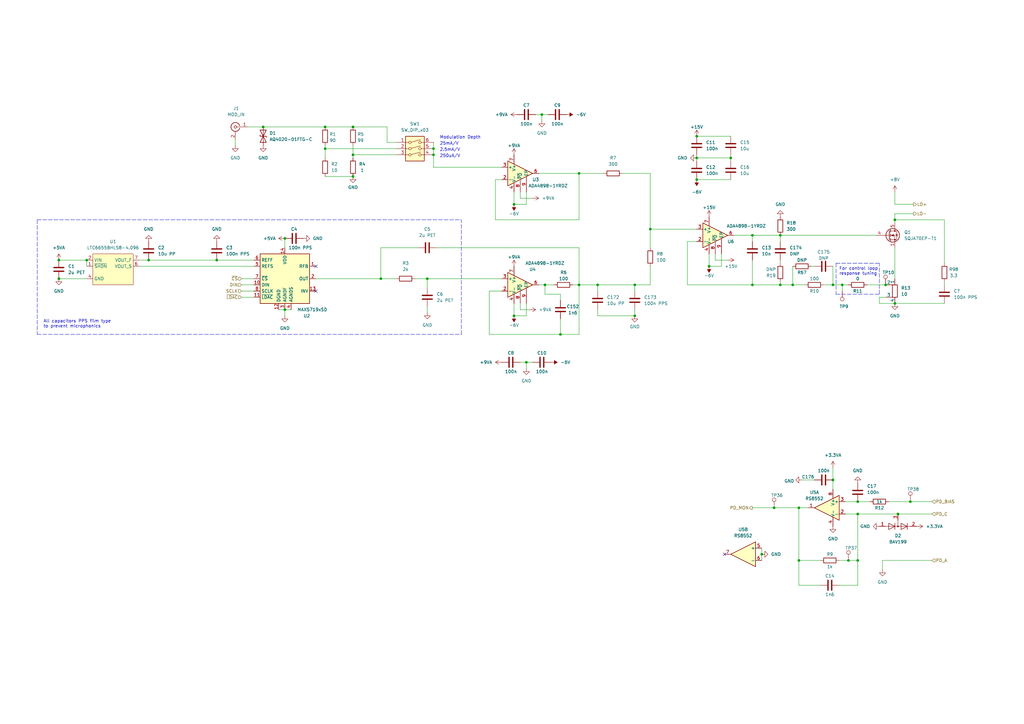
<source format=kicad_sch>
(kicad_sch (version 20211123) (generator eeschema)
  (paper "A3")
  (title_block (title "Kirdy") (date "2022-07-03") (rev "r0.1") (company "M-Labs") (comment 1 "Alex Wong Tat Hang"))
  (lib_symbols
    (symbol "Amplifier_Operational:ADA4898-1YRDZ" (pin_names (offset 0.127))
      (property "Reference" "U" (at 3.81 3.81 0))
      (property "Value" "ADA4898-1YRDZ" (at 11.43 -2.54 0))
      (symbol "ADA4898-1YRDZ_1_1"
        (polyline (pts (xy -5.08 5.08) (xy 5.08 0) (xy -5.08 -5.08) (xy -5.08 5.08)) (stroke (width 0.254)) (fill (type background)))
        (pin input line (at -7.62 -2.54 0) (length 2.54) (name "-") (number "2"))
        (pin input line (at -7.62 2.54 0) (length 2.54) (name "+") (number "3"))
        (pin power_in line (at -2.54 -7.62 90) (length 3.81) (name "V-") (number "4"))
        (pin output line (at 7.62 0 180) (length 2.54) (name "~") (number "6"))
        (pin power_in line (at -2.54 7.62 270) (length 3.81) (name "V+") (number "7"))
        (pin input line (at 0 -7.62 90) (length 5.08) (name "~{PD}") (number "8"))
        (pin passive line (at 2.54 -7.62 90) (length 6.35) (name "EP") (number "9"))
      )
    )
    (symbol "Analog_DAC:MAX5719xSD"
      (property "Reference" "U" (at -10.16 11.43 0))
      (property "Value" "MAX5719xSD" (at 1.27 11.43 0))
      (symbol "MAX5719xSD_0_1"
        (rectangle (start -10.16 10.16) (end 10.16 -10.16) (stroke (width 0.254)) (fill (type background)))
      )
      (symbol "MAX5719xSD_1_1"
        (pin passive line (at 12.7 5.08 180) (length 2.54) (name "RFB") (number "1"))
        (pin input line (at -12.7 -2.54 0) (length 2.54) (name "DIN") (number "10"))
        (pin input line (at -12.7 -7.62 0) (length 2.54) (name "~{LDAC}") (number "11"))
        (pin power_in line (at -2.54 -12.7 90) (length 2.54) (name "DGND") (number "12"))
        (pin passive line (at 12.7 -5.08 180) (length 2.54) (name "INV") (number "13"))
        (pin power_in line (at 0 12.7 270) (length 2.54) (name "VDD") (number "14"))
        (pin output line (at 12.7 0 180) (length 2.54) (name "OUT") (number "2"))
        (pin power_in line (at 0 -12.7 90) (length 2.54) (name "AGNDF") (number "3"))
        (pin power_in line (at 2.54 -12.7 90) (length 2.54) (name "AGNDS") (number "4"))
        (pin input line (at -12.7 5.08 0) (length 2.54) (name "REFS") (number "5"))
        (pin input line (at -12.7 7.62 0) (length 2.54) (name "REFF") (number "6"))
        (pin input line (at -12.7 0 0) (length 2.54) (name "~{CS}") (number "7"))
        (pin input line (at -12.7 -5.08 0) (length 2.54) (name "SCLK") (number "8"))
        (pin no_connect line (at 10.16 -7.62 180) (length 2.54) hide (name "NC") (number "9"))
      )
    )
    (symbol "Connector:Conn_Coaxial" (pin_names (offset 1.016) hide)
      (property "Reference" "J" (at 0.254 3.048 0))
      (property "Value" "Conn_Coaxial" (at 2.921 0 90))
      (symbol "Conn_Coaxial_0_1"
        (arc (start -1.778 -0.508) (mid 0.222 -1.808) (end 1.778 0) (stroke (width 0.254)))
        (polyline (pts (xy -2.54 0) (xy -0.508 0)))
        (polyline (pts (xy 0 -2.54) (xy 0 -1.778)))
        (circle (center 0 0) (radius 0.508) (stroke (width 0.2032)))
        (arc (start 1.778 0) (mid 0.222 1.8083) (end -1.778 0.508) (stroke (width 0.254)))
      )
      (symbol "Conn_Coaxial_1_1"
        (pin passive line (at -5.08 0 0) (length 2.54) (name "In") (number "1"))
        (pin passive line (at 0 -5.08 90) (length 2.54) (name "Ext") (number "2"))
      )
    )
    (symbol "Connector:TestPoint" (pin_numbers hide) (pin_names (offset 0.762) hide)
      (property "Reference" "TP" (at 0 6.858 0))
      (property "Value" "TestPoint" (at 0 5.08 0))
      (symbol "TestPoint_0_1"
        (circle (center 0 3.302) (radius 0.762))
      )
      (symbol "TestPoint_1_1"
        (pin passive line (at 0 0 90) (length 2.54) (name "1") (number "1"))
      )
    )
    (symbol "Device:C" (pin_numbers hide) (pin_names (offset 0.254))
      (property "Reference" "C" (at 0.635 2.54 0))
      (property "Value" "C" (at 0.635 -2.54 0))
      (symbol "C_0_1"
        (polyline (pts (xy -2.032 -0.762) (xy 2.032 -0.762)) (stroke (width 0.508)))
        (polyline (pts (xy -2.032 0.762) (xy 2.032 0.762)) (stroke (width 0.508)))
      )
      (symbol "C_1_1"
        (pin passive line (at 0 3.81 270) (length 2.794) (name "~") (number "1"))
        (pin passive line (at 0 -3.81 90) (length 2.794) (name "~") (number "2"))
      )
    )
    (symbol "Device:D_TVS" (pin_numbers hide) (pin_names (offset 1.016) hide)
      (property "Reference" "D" (at 0 2.54 0))
      (property "Value" "D_TVS" (at 0 -2.54 0))
      (symbol "D_TVS_0_1"
        (polyline (pts (xy 1.27 0) (xy -1.27 0)))
        (polyline (pts (xy 0.508 1.27) (xy 0 1.27) (xy 0 -1.27) (xy -0.508 -1.27)) (stroke (width 0.254)))
        (polyline (pts (xy -2.54 1.27) (xy -2.54 -1.27) (xy 2.54 1.27) (xy 2.54 -1.27) (xy -2.54 1.27)) (stroke (width 0.254)))
      )
      (symbol "D_TVS_1_1"
        (pin passive line (at -3.81 0 0) (length 2.54) (name "A1") (number "1"))
        (pin passive line (at 3.81 0 180) (length 2.54) (name "A2") (number "2"))
      )
    )
    (symbol "Device:R" (pin_numbers hide) (pin_names (offset 0))
      (property "Reference" "R" (at 2.032 0 90))
      (property "Value" "R" (at 0 0 90))
      (symbol "R_0_1"
        (rectangle (start -1.016 -2.54) (end 1.016 2.54) (stroke (width 0.254)))
      )
      (symbol "R_1_1"
        (pin passive line (at 0 3.81 270) (length 1.27) (name "~") (number "1"))
        (pin passive line (at 0 -3.81 90) (length 1.27) (name "~") (number "2"))
      )
    )
    (symbol "Device:R_Shunt" (pin_numbers hide) (pin_names (offset 0))
      (property "Reference" "R" (at -4.445 0 90))
      (property "Value" "R_Shunt" (at -2.54 0 90))
      (symbol "R_Shunt_0_1"
        (rectangle (start -1.016 -2.54) (end 1.016 2.54) (stroke (width 0.254)))
        (polyline (pts (xy 0 -2.54) (xy 1.27 -2.54)))
        (polyline (pts (xy 1.27 2.54) (xy 0 2.54)))
      )
      (symbol "R_Shunt_1_1"
        (pin passive line (at 0 5.08 270) (length 2.54) (name "1") (number "1"))
        (pin passive line (at 3.81 2.54 180) (length 2.54) (name "2") (number "2"))
        (pin passive line (at 3.81 -2.54 180) (length 2.54) (name "3") (number "3"))
        (pin passive line (at 0 -5.08 90) (length 2.54) (name "4") (number "4"))
      )
    )
    (symbol "Diode:BAV99" (pin_names hide)
      (property "Reference" "D" (at 0 5.08 0))
      (property "Value" "BAV99" (at 0 2.54 0))
      (symbol "BAV99_0_1"
        (polyline (pts (xy -5.08 0) (xy 5.08 0)))
      )
      (symbol "BAV99_1_1"
        (polyline (pts (xy 0 0) (xy 0 -2.54)))
        (polyline (pts (xy -1.27 -1.27) (xy -1.27 1.27) (xy -1.27 1.27)) (stroke (width 0.2032)))
        (polyline (pts (xy 3.81 1.27) (xy 3.81 -1.27) (xy 3.81 -1.27)) (stroke (width 0.2032)))
        (polyline (pts (xy -3.81 1.27) (xy -1.27 0) (xy -3.81 -1.27) (xy -3.81 1.27) (xy -3.81 1.27) (xy -3.81 1.27)) (stroke (width 0.2032)))
        (polyline (pts (xy 1.27 1.27) (xy 3.81 0) (xy 1.27 -1.27) (xy 1.27 1.27) (xy 1.27 1.27) (xy 1.27 1.27)) (stroke (width 0.2032)))
        (circle (center 0 0) (radius 0.254) (fill (type outline)))
        (pin passive line (at -7.62 0 0) (length 2.54) (name "K") (number "1"))
        (pin passive line (at 7.62 0 180) (length 2.54) (name "A") (number "2"))
        (pin passive line (at 0 -5.08 90) (length 2.54) (name "K") (number "3"))
      )
    )
    (symbol "Switch:SW_DIP_x03" (pin_names (offset 0) hide)
      (property "Reference" "SW" (at 0 8.89 0))
      (property "Value" "SW_DIP_x03" (at 0 -3.81 0))
      (symbol "SW_DIP_x03_0_0"
        (circle (center -2.032 0) (radius 0.508))
        (circle (center -2.032 2.54) (radius 0.508))
        (circle (center -2.032 5.08) (radius 0.508))
        (polyline (pts (xy -1.524 0.127) (xy 2.3622 1.1684)))
        (polyline (pts (xy -1.524 2.667) (xy 2.3622 3.7084)))
        (polyline (pts (xy -1.524 5.207) (xy 2.3622 6.2484)))
        (circle (center 2.032 0) (radius 0.508))
        (circle (center 2.032 2.54) (radius 0.508))
        (circle (center 2.032 5.08) (radius 0.508))
      )
      (symbol "SW_DIP_x03_0_1"
        (rectangle (start -3.81 7.62) (end 3.81 -2.54) (stroke (width 0.254)) (fill (type background)))
      )
      (symbol "SW_DIP_x03_1_1"
        (pin passive line (at -7.62 5.08 0) (length 5.08) (name "~") (number "1"))
        (pin passive line (at -7.62 2.54 0) (length 5.08) (name "~") (number "2"))
        (pin passive line (at -7.62 0 0) (length 5.08) (name "~") (number "3"))
        (pin passive line (at 7.62 0 180) (length 5.08) (name "~") (number "4"))
        (pin passive line (at 7.62 2.54 180) (length 5.08) (name "~") (number "5"))
        (pin passive line (at 7.62 5.08 180) (length 5.08) (name "~") (number "6"))
      )
    )
    (symbol "Transistor_FET:CSD17507Q5A" (pin_names hide)
      (property "Reference" "Q" (at 5.08 1.905 0))
      (property "Value" "CSD17507Q5A" (at 5.08 0 0))
      (symbol "CSD17507Q5A_0_1"
        (polyline (pts (xy 0.254 0) (xy -2.54 0)))
        (polyline (pts (xy 0.254 1.905) (xy 0.254 -1.905)) (stroke (width 0.254)))
        (polyline (pts (xy 0.762 -1.27) (xy 0.762 -2.286)) (stroke (width 0.254)))
        (polyline (pts (xy 0.762 0.508) (xy 0.762 -0.508)) (stroke (width 0.254)))
        (polyline (pts (xy 0.762 2.286) (xy 0.762 1.27)) (stroke (width 0.254)))
        (polyline (pts (xy 2.54 2.54) (xy 2.54 1.778)))
        (polyline (pts (xy 2.54 -2.54) (xy 2.54 0) (xy 0.762 0)))
        (polyline (pts (xy 0.762 -1.778) (xy 3.302 -1.778) (xy 3.302 1.778) (xy 0.762 1.778)))
        (polyline (pts (xy 1.016 0) (xy 2.032 0.381) (xy 2.032 -0.381) (xy 1.016 0)) (fill (type outline)))
        (polyline (pts (xy 2.794 0.508) (xy 2.921 0.381) (xy 3.683 0.381) (xy 3.81 0.254)))
        (polyline (pts (xy 3.302 0.381) (xy 2.921 -0.254) (xy 3.683 -0.254) (xy 3.302 0.381)))
        (circle (center 1.651 0) (radius 2.794) (stroke (width 0.254)))
        (circle (center 2.54 -1.778) (radius 0.254) (fill (type outline)))
        (circle (center 2.54 1.778) (radius 0.254) (fill (type outline)))
      )
      (symbol "CSD17507Q5A_1_1"
        (pin passive line (at 2.54 -5.08 90) (length 2.54) (name "S") (number "1"))
        (pin passive line (at 2.54 -5.08 90) (length 2.54) hide (name "S") (number "2"))
        (pin passive line (at 2.54 -5.08 90) (length 2.54) hide (name "S") (number "3"))
        (pin passive line (at -5.08 0 0) (length 2.54) (name "G") (number "4"))
        (pin passive line (at 2.54 5.08 270) (length 2.54) (name "D") (number "5"))
      )
    )
    (symbol "kirdy:LTC6655"
      (property "Reference" "U" (at 0 -10.16 0))
      (property "Value" "LTC6655" (at 0 -7.62 0))
      (symbol "LTC6655_0_0"
        (pin input line (at -10.16 2.54 0) (length 2.54) (name "~{SHDN}") (number "1"))
        (pin power_in line (at -10.16 5.08 0) (length 2.54) (name "VIN") (number "2"))
        (pin power_in line (at -10.16 -2.54 0) (length 2.54) hide (name "GND") (number "3"))
        (pin power_in line (at -10.16 -2.54 0) (length 2.54) (name "GND") (number "4"))
        (pin power_in line (at -10.16 -2.54 0) (length 2.54) hide (name "GND") (number "5"))
        (pin passive line (at 11.43 2.54 180) (length 2.54) (name "VOUT_S") (number "6"))
        (pin output line (at 11.43 5.08 180) (length 2.54) (name "VOUT_F") (number "7"))
        (pin power_in line (at -10.16 -2.54 0) (length 2.54) hide (name "GND") (number "8"))
      )
      (symbol "LTC6655_0_1"
        (rectangle (start -7.62 7.62) (end 8.89 -5.08) (fill (type background)))
      )
    )
    (symbol "kirdy:RS8552" (pin_names (offset 0.127))
      (property "Reference" "U" (at 0 5.08 0))
      (property "Value" "RS8552" (at 0 -5.08 0))
      (symbol "RS8552_1_1"
        (polyline (pts (xy -5.08 5.08) (xy 5.08 0) (xy -5.08 -5.08) (xy -5.08 5.08)) (stroke (width 0.254)) (fill (type background)))
        (pin output line (at 7.62 0 180) (length 2.54) (name "~") (number "1"))
        (pin input line (at -7.62 -2.54 0) (length 2.54) (name "-") (number "2"))
        (pin input line (at -7.62 2.54 0) (length 2.54) (name "+") (number "3"))
      )
      (symbol "RS8552_2_1"
        (polyline (pts (xy -5.08 5.08) (xy 5.08 0) (xy -5.08 -5.08) (xy -5.08 5.08)) (stroke (width 0.254)) (fill (type background)))
        (pin input line (at -7.62 2.54 0) (length 2.54) (name "+") (number "5"))
        (pin input line (at -7.62 -2.54 0) (length 2.54) (name "-") (number "6"))
        (pin output line (at 7.62 0 180) (length 2.54) (name "~") (number "7"))
      )
      (symbol "RS8552_3_1"
        (pin power_in line (at -2.54 -7.62 90) (length 3.81) (name "V-") (number "4"))
        (pin power_in line (at -2.54 7.62 270) (length 3.81) (name "V+") (number "8"))
      )
    )
    (symbol "power:+15V" (power) (pin_names (offset 0))
      (property "Value" "+15V" (at 0 3.556 0))
      (symbol "+15V_0_1"
        (polyline (pts (xy -0.762 1.27) (xy 0 2.54)))
        (polyline (pts (xy 0 0) (xy 0 2.54)))
        (polyline (pts (xy 0 2.54) (xy 0.762 1.27)))
      )
      (symbol "+15V_1_1"
        (pin power_in line (at 0 0 90) (length 0) hide (name "+15V") (number "1"))
      )
    )
    (symbol "power:+3.3VA" (power) (pin_names (offset 0))
      (property "Value" "+3.3VA" (at 0 3.556 0))
      (symbol "+3.3VA_0_1"
        (polyline (pts (xy -0.762 1.27) (xy 0 2.54)))
        (polyline (pts (xy 0 0) (xy 0 2.54)))
        (polyline (pts (xy 0 2.54) (xy 0.762 1.27)))
      )
      (symbol "+3.3VA_1_1"
        (pin power_in line (at 0 0 90) (length 0) hide (name "+3.3VA") (number "1"))
      )
    )
    (symbol "power:+5VA" (power) (pin_names (offset 0))
      (property "Value" "+5VA" (at 0 3.556 0))
      (symbol "+5VA_0_1"
        (polyline (pts (xy -0.762 1.27) (xy 0 2.54)))
        (polyline (pts (xy 0 0) (xy 0 2.54)))
        (polyline (pts (xy 0 2.54) (xy 0.762 1.27)))
      )
      (symbol "+5VA_1_1"
        (pin power_in line (at 0 0 90) (length 0) hide (name "+5VA") (number "1"))
      )
    )
    (symbol "power:+8V" (power) (pin_names (offset 0))
      (property "Value" "+8V" (at 0 3.556 0))
      (symbol "+8V_0_1"
        (polyline (pts (xy -0.762 1.27) (xy 0 2.54)))
        (polyline (pts (xy 0 0) (xy 0 2.54)))
        (polyline (pts (xy 0 2.54) (xy 0.762 1.27)))
      )
      (symbol "+8V_1_1"
        (pin power_in line (at 0 0 90) (length 0) hide (name "+8V") (number "1"))
      )
    )
    (symbol "power:+9VA" (power) (pin_names (offset 0))
      (property "Value" "+9VA" (at 0 3.81 0))
      (symbol "+9VA_0_1"
        (polyline (pts (xy -0.762 1.27) (xy 0 2.54)))
        (polyline (pts (xy 0 0) (xy 0 2.54)))
        (polyline (pts (xy 0 2.54) (xy 0.762 1.27)))
      )
      (symbol "+9VA_1_1"
        (pin power_in line (at 0 0 90) (length 0) hide (name "+9VA") (number "1"))
      )
    )
    (symbol "power:-6V" (power) (pin_names (offset 0))
      (property "Value" "-6V" (at 0 3.81 0))
      (symbol "-6V_0_0"
        (pin power_in line (at 0 0 90) (length 0) hide (name "-6V") (number "1"))
      )
      (symbol "-6V_0_1"
        (polyline (pts (xy 0 0) (xy 0 1.27) (xy 0.762 1.27) (xy 0 2.54) (xy -0.762 1.27) (xy 0 1.27)) (fill (type outline)))
      )
    )
    (symbol "power:GND" (power) (pin_names (offset 0))
      (property "Value" "GND" (at 0 -3.81 0))
      (symbol "GND_0_1"
        (polyline (pts (xy 0 0) (xy 0 -1.27) (xy 1.27 -1.27) (xy 0 -2.54) (xy -1.27 -1.27) (xy 0 -1.27)))
      )
      (symbol "GND_1_1"
        (pin power_in line (at 0 0 270) (length 0) hide (name "GND") (number "1"))
      )
    )
  )
  (junction (at 290.83 109.22))
  (junction (at 144.78 72.39))
  (junction (at 237.49 71.12))
  (junction (at 363.22 116.84))
  (junction (at 285.75 64.77))
  (junction (at 347.98 229.87))
  (junction (at 223.52 116.84))
  (junction (at 351.79 205.74))
  (junction (at 116.84 97.79))
  (junction (at 308.61 96.52))
  (junction (at 367.03 90.17))
  (junction (at 107.95 52.07))
  (junction (at 222.25 46.99))
  (junction (at 177.8 63.5))
  (junction (at 260.35 116.84))
  (junction (at 351.79 229.87))
  (junction (at 215.9 148.59))
  (junction (at 320.04 116.84))
  (junction (at 285.75 55.88))
  (junction (at 210.82 129.54))
  (junction (at 144.78 52.07))
  (junction (at 237.49 116.84))
  (junction (at 245.11 116.84))
  (junction (at 210.82 83.82))
  (junction (at 345.44 116.84))
  (junction (at 308.61 116.84))
  (junction (at 156.21 114.3))
  (junction (at 320.04 96.52))
  (junction (at 133.35 52.07))
  (junction (at 373.38 205.74))
  (junction (at 327.66 208.28))
  (junction (at 312.42 227.33))
  (junction (at 351.79 210.82))
  (junction (at 175.26 114.3))
  (junction (at 60.96 106.68))
  (junction (at 299.72 64.77))
  (junction (at 266.7 93.98))
  (junction (at 317.5 208.28))
  (junction (at 35.56 106.68))
  (junction (at 367.03 124.46))
  (junction (at 285.75 73.66))
  (junction (at 88.9 106.68))
  (junction (at 368.3 210.82))
  (junction (at 24.13 114.3))
  (junction (at 260.35 129.54))
  (junction (at 133.35 60.96))
  (junction (at 327.66 229.87))
  (junction (at 325.12 116.84))
  (junction (at 341.63 196.85))
  (junction (at 144.78 63.5))
  (junction (at 116.84 127))
  (junction (at 229.87 137.16))
  (junction (at 24.13 106.68))
  (junction (at 177.8 60.96))
  (junction (at 341.63 116.84))
  (no_connect (at 129.54 119.38))
  (no_connect (at 297.18 227.33))
  (no_connect (at 129.54 109.22))
  (wire (pts (xy 175.26 125.73) (xy 175.26 128.27)))
  (wire (pts (xy 99.06 114.3) (xy 104.14 114.3)))
  (wire (pts (xy 308.61 208.28) (xy 317.5 208.28)))
  (wire (pts (xy 35.56 106.68) (xy 35.56 109.22)))
  (wire (pts (xy 177.8 60.96) (xy 177.8 63.5)))
  (wire (pts (xy 237.49 116.84) (xy 245.11 116.84)))
  (wire (pts (xy 368.3 210.82) (xy 382.27 210.82)))
  (wire (pts (xy 133.35 72.39) (xy 144.78 72.39)))
  (wire (pts (xy 355.6 116.84) (xy 363.22 116.84)))
  (wire (pts (xy 308.61 96.52) (xy 320.04 96.52)))
  (wire (pts (xy 347.98 229.87) (xy 351.79 229.87)))
  (wire (pts (xy 351.79 229.87) (xy 351.79 210.82)))
  (wire (pts (xy 345.44 119.38) (xy 345.44 116.84)))
  (wire (pts (xy 260.35 116.84) (xy 266.7 116.84)))
  (wire (pts (xy 285.75 64.77) (xy 285.75 66.04)))
  (wire (pts (xy 367.03 91.44) (xy 367.03 90.17)))
  (wire (pts (xy 179.07 101.6) (xy 237.49 101.6)))
  (wire (pts (xy 158.75 58.42) (xy 162.56 58.42)))
  (wire (pts (xy 387.35 107.95) (xy 387.35 90.17)))
  (wire (pts (xy 96.52 59.69) (xy 96.52 57.15)))
  (wire (pts (xy 260.35 119.38) (xy 260.35 116.84)))
  (wire (pts (xy 308.61 96.52) (xy 308.61 99.06)))
  (wire (pts (xy 300.99 96.52) (xy 308.61 96.52)))
  (wire (pts (xy 213.36 127) (xy 217.17 127)))
  (wire (pts (xy 144.78 59.69) (xy 144.78 63.5)))
  (wire (pts (xy 266.7 109.22) (xy 266.7 116.84)))
  (wire (pts (xy 387.35 115.57) (xy 387.35 116.84)))
  (wire (pts (xy 320.04 96.52) (xy 359.41 96.52)))
  (wire (pts (xy 101.6 52.07) (xy 107.95 52.07)))
  (polyline (pts (xy 342.9 120.65) (xy 360.68 120.65)))
  (wire (pts (xy 99.06 119.38) (xy 104.14 119.38)))
  (wire (pts (xy 361.95 229.87) (xy 382.27 229.87)))
  (wire (pts (xy 293.37 106.68) (xy 298.45 106.68)))
  (polyline (pts (xy 342.9 107.95) (xy 360.68 107.95)))
  (wire (pts (xy 360.68 121.92) (xy 360.68 124.46)))
  (wire (pts (xy 177.8 58.42) (xy 177.8 60.96)))
  (wire (pts (xy 320.04 106.68) (xy 320.04 107.95)))
  (wire (pts (xy 327.66 229.87) (xy 327.66 208.28)))
  (wire (pts (xy 60.96 106.68) (xy 88.9 106.68)))
  (wire (pts (xy 99.06 116.84) (xy 104.14 116.84)))
  (wire (pts (xy 133.35 59.69) (xy 133.35 60.96)))
  (wire (pts (xy 220.98 71.12) (xy 237.49 71.12)))
  (wire (pts (xy 222.25 46.99) (xy 222.25 49.53)))
  (wire (pts (xy 245.11 116.84) (xy 260.35 116.84)))
  (wire (pts (xy 237.49 90.17) (xy 237.49 71.12)))
  (wire (pts (xy 229.87 137.16) (xy 237.49 137.16)))
  (wire (pts (xy 175.26 114.3) (xy 205.74 114.3)))
  (wire (pts (xy 170.18 114.3) (xy 175.26 114.3)))
  (wire (pts (xy 320.04 96.52) (xy 320.04 99.06)))
  (wire (pts (xy 237.49 137.16) (xy 237.49 116.84)))
  (wire (pts (xy 336.55 240.03) (xy 327.66 240.03)))
  (wire (pts (xy 367.03 87.63) (xy 374.65 87.63)))
  (wire (pts (xy 260.35 129.54) (xy 260.35 127)))
  (wire (pts (xy 57.15 109.22) (xy 104.14 109.22)))
  (wire (pts (xy 144.78 63.5) (xy 162.56 63.5)))
  (wire (pts (xy 234.95 116.84) (xy 237.49 116.84)))
  (wire (pts (xy 299.72 64.77) (xy 285.75 64.77)))
  (wire (pts (xy 222.25 46.99) (xy 224.79 46.99)))
  (wire (pts (xy 200.66 119.38) (xy 200.66 137.16)))
  (wire (pts (xy 215.9 83.82) (xy 215.9 78.74)))
  (wire (pts (xy 210.82 78.74) (xy 210.82 83.82)))
  (wire (pts (xy 215.9 129.54) (xy 215.9 124.46)))
  (wire (pts (xy 156.21 101.6) (xy 156.21 114.3)))
  (wire (pts (xy 373.38 205.74) (xy 382.27 205.74)))
  (wire (pts (xy 171.45 101.6) (xy 156.21 101.6)))
  (polyline (pts (xy 15.24 90.17) (xy 189.23 90.17)))
  (wire (pts (xy 367.03 124.46) (xy 387.35 124.46)))
  (wire (pts (xy 361.95 233.68) (xy 361.95 229.87)))
  (wire (pts (xy 215.9 148.59) (xy 218.44 148.59)))
  (wire (pts (xy 107.95 52.07) (xy 133.35 52.07)))
  (wire (pts (xy 325.12 109.22) (xy 325.12 116.84)))
  (wire (pts (xy 213.36 78.74) (xy 213.36 81.28)))
  (wire (pts (xy 133.35 52.07) (xy 144.78 52.07)))
  (wire (pts (xy 210.82 83.82) (xy 215.9 83.82)))
  (wire (pts (xy 213.36 148.59) (xy 215.9 148.59)))
  (wire (pts (xy 341.63 116.84) (xy 345.44 116.84)))
  (wire (pts (xy 266.7 71.12) (xy 266.7 93.98)))
  (wire (pts (xy 290.83 109.22) (xy 295.91 109.22)))
  (wire (pts (xy 219.71 46.99) (xy 222.25 46.99)))
  (wire (pts (xy 205.74 73.66) (xy 203.2 73.66)))
  (polyline (pts (xy 360.68 120.65) (xy 360.68 107.95)))
  (wire (pts (xy 360.68 121.92) (xy 363.22 121.92)))
  (wire (pts (xy 317.5 208.28) (xy 327.66 208.28)))
  (wire (pts (xy 344.17 229.87) (xy 347.98 229.87)))
  (wire (pts (xy 57.15 106.68) (xy 60.96 106.68)))
  (wire (pts (xy 200.66 137.16) (xy 229.87 137.16)))
  (wire (pts (xy 213.36 124.46) (xy 213.36 127)))
  (wire (pts (xy 129.54 114.3) (xy 156.21 114.3)))
  (wire (pts (xy 229.87 120.65) (xy 223.52 120.65)))
  (wire (pts (xy 88.9 106.68) (xy 104.14 106.68)))
  (wire (pts (xy 337.82 116.84) (xy 341.63 116.84)))
  (wire (pts (xy 364.49 205.74) (xy 373.38 205.74)))
  (wire (pts (xy 255.27 71.12) (xy 266.7 71.12)))
  (wire (pts (xy 24.13 106.68) (xy 35.56 106.68)))
  (wire (pts (xy 341.63 191.77) (xy 341.63 196.85)))
  (wire (pts (xy 24.13 114.3) (xy 35.56 114.3)))
  (wire (pts (xy 346.71 205.74) (xy 351.79 205.74)))
  (wire (pts (xy 387.35 90.17) (xy 367.03 90.17)))
  (wire (pts (xy 210.82 129.54) (xy 215.9 129.54)))
  (wire (pts (xy 144.78 63.5) (xy 144.78 64.77)))
  (wire (pts (xy 290.83 104.14) (xy 290.83 109.22)))
  (polyline (pts (xy 15.24 90.17) (xy 15.24 137.16)))
  (wire (pts (xy 345.44 116.84) (xy 347.98 116.84)))
  (wire (pts (xy 133.35 60.96) (xy 162.56 60.96)))
  (wire (pts (xy 281.94 116.84) (xy 281.94 99.06)))
  (wire (pts (xy 327.66 240.03) (xy 327.66 229.87)))
  (wire (pts (xy 116.84 97.79) (xy 116.84 101.6)))
  (wire (pts (xy 293.37 104.14) (xy 293.37 106.68)))
  (wire (pts (xy 177.8 68.58) (xy 205.74 68.58)))
  (wire (pts (xy 327.66 229.87) (xy 336.55 229.87)))
  (polyline (pts (xy 342.9 107.95) (xy 342.9 120.65)))
  (wire (pts (xy 237.49 71.12) (xy 247.65 71.12)))
  (wire (pts (xy 351.79 205.74) (xy 356.87 205.74)))
  (wire (pts (xy 325.12 116.84) (xy 330.2 116.84)))
  (wire (pts (xy 312.42 224.79) (xy 312.42 227.33)))
  (wire (pts (xy 367.03 83.82) (xy 374.65 83.82)))
  (wire (pts (xy 308.61 116.84) (xy 281.94 116.84)))
  (wire (pts (xy 203.2 90.17) (xy 237.49 90.17)))
  (wire (pts (xy 114.3 127) (xy 116.84 127)))
  (wire (pts (xy 312.42 227.33) (xy 312.42 229.87)))
  (wire (pts (xy 266.7 93.98) (xy 285.75 93.98)))
  (wire (pts (xy 99.06 121.92) (xy 104.14 121.92)))
  (wire (pts (xy 156.21 114.3) (xy 162.56 114.3)))
  (wire (pts (xy 213.36 81.28) (xy 218.44 81.28)))
  (wire (pts (xy 266.7 93.98) (xy 266.7 101.6)))
  (polyline (pts (xy 15.24 137.16) (xy 189.23 137.16)))
  (wire (pts (xy 245.11 127) (xy 245.11 129.54)))
  (wire (pts (xy 320.04 115.57) (xy 320.04 116.84)))
  (wire (pts (xy 367.03 90.17) (xy 367.03 87.63)))
  (wire (pts (xy 328.93 196.85) (xy 334.01 196.85)))
  (wire (pts (xy 344.17 240.03) (xy 351.79 240.03)))
  (wire (pts (xy 210.82 124.46) (xy 210.82 129.54)))
  (wire (pts (xy 341.63 196.85) (xy 341.63 200.66)))
  (wire (pts (xy 245.11 119.38) (xy 245.11 116.84)))
  (wire (pts (xy 346.71 210.82) (xy 351.79 210.82)))
  (wire (pts (xy 223.52 120.65) (xy 223.52 116.84)))
  (wire (pts (xy 341.63 109.22) (xy 341.63 116.84)))
  (wire (pts (xy 351.79 240.03) (xy 351.79 229.87)))
  (wire (pts (xy 327.66 208.28) (xy 331.47 208.28)))
  (wire (pts (xy 229.87 130.81) (xy 229.87 137.16)))
  (wire (pts (xy 299.72 63.5) (xy 299.72 64.77)))
  (wire (pts (xy 367.03 78.74) (xy 367.03 83.82)))
  (wire (pts (xy 332.74 109.22) (xy 334.01 109.22)))
  (wire (pts (xy 133.35 60.96) (xy 133.35 64.77)))
  (wire (pts (xy 116.84 127) (xy 116.84 129.54)))
  (wire (pts (xy 237.49 101.6) (xy 237.49 116.84)))
  (wire (pts (xy 299.72 64.77) (xy 299.72 66.04)))
  (wire (pts (xy 175.26 114.3) (xy 175.26 118.11)))
  (wire (pts (xy 177.8 63.5) (xy 177.8 68.58)))
  (wire (pts (xy 144.78 52.07) (xy 158.75 52.07)))
  (wire (pts (xy 223.52 116.84) (xy 227.33 116.84)))
  (wire (pts (xy 360.68 124.46) (xy 367.03 124.46)))
  (wire (pts (xy 205.74 119.38) (xy 200.66 119.38)))
  (wire (pts (xy 285.75 63.5) (xy 285.75 64.77)))
  (wire (pts (xy 245.11 129.54) (xy 260.35 129.54)))
  (wire (pts (xy 285.75 55.88) (xy 299.72 55.88)))
  (wire (pts (xy 351.79 210.82) (xy 368.3 210.82)))
  (wire (pts (xy 308.61 116.84) (xy 320.04 116.84)))
  (wire (pts (xy 229.87 123.19) (xy 229.87 120.65)))
  (wire (pts (xy 285.75 73.66) (xy 299.72 73.66)))
  (wire (pts (xy 220.98 116.84) (xy 223.52 116.84)))
  (wire (pts (xy 367.03 101.6) (xy 367.03 114.3)))
  (wire (pts (xy 158.75 52.07) (xy 158.75 58.42)))
  (wire (pts (xy 295.91 109.22) (xy 295.91 104.14)))
  (wire (pts (xy 308.61 106.68) (xy 308.61 116.84)))
  (wire (pts (xy 215.9 148.59) (xy 215.9 151.13)))
  (wire (pts (xy 320.04 116.84) (xy 325.12 116.84)))
  (polyline (pts (xy 189.23 137.16) (xy 189.23 90.17)))
  (wire (pts (xy 116.84 127) (xy 119.38 127)))
  (wire (pts (xy 203.2 73.66) (xy 203.2 90.17)))
  (wire (pts (xy 281.94 99.06) (xy 285.75 99.06)))
  (text "250uA/V" (at 180.34 64.77 0) (effects (font (size 1.27 1.27)) (justify left bottom)))
  (text "All capacitors PPS film type\nto prevent microphonics " (at 17.78 134.62 0) (effects (font (size 1.27 1.27)) (justify left bottom)))
  (text "2.5mA/V" (at 180.34 62.23 0) (effects (font (size 1.27 1.27)) (justify left bottom)))
  (text "For control loop\nresponse tuning" (at 344.17 113.03 0) (effects (font (size 1.27 1.27)) (justify left bottom)))
  (text "25mA/V" (at 180.34 59.69 0) (effects (font (size 1.27 1.27)) (justify left bottom)))
  (text "Modulation Depth" (at 180.34 57.15 0) (effects (font (size 1.27 1.27)) (justify left bottom)))
  (hierarchical_label "~{LDAC}" (shape input) (at 99.06 121.92 180))
  (hierarchical_label "PD_BIAS" (shape input) (at 382.27 205.74 0))
  (hierarchical_label "LD+" (shape output) (at 374.65 83.82 0))
  (hierarchical_label "SCLK" (shape input) (at 99.06 119.38 180))
  (hierarchical_label "PD_MON" (shape output) (at 308.61 208.28 180))
  (hierarchical_label "PD_C" (shape input) (at 382.27 210.82 0))
  (hierarchical_label "PD_A" (shape input) (at 382.27 229.87 0))
  (hierarchical_label "DIN" (shape input) (at 99.06 116.84 180))
  (hierarchical_label "LD-" (shape output) (at 374.65 87.63 0))
  (hierarchical_label "~{CS}" (shape input) (at 99.06 114.3 180))
  (symbol (lib_id "Connector:TestPoint") (at 363.22 116.84 0) (unit 1)
    (property "Reference" "TP10" (at 361.95 111.76 0) (effects (justify left)))
    (property "Value" "TestPoint" (effects hide))
    (property "Footprint" "TestPoint:TestPoint_Pad_2.0x2.0mm" (effects hide))
  )
  (symbol (lib_id "Device:C") (at 351.79 201.93 0) (unit 1)
    (property "Reference" "C17" (at 355.6 199.39 0) (effects (justify left)))
    (property "Value" "100n" (at 355.6 201.93 0) (effects (justify left)))
    (property "Footprint" "Capacitor_SMD:C_0603_1608Metric" (effects hide))
    (property "MFR_PN" "CL10B104KB8NNWC" (effects hide))
    (property "MFR_PN_ALT" "CL10B104KB8NNNL" (effects hide))
  )
  (symbol (lib_id "Device:R") (at 320.04 111.76 180) (unit 1)
    (property "Reference" "R19" (at 316.23 113.03 0))
    (property "Value" "DNP" (at 316.23 110.49 0))
    (property "Footprint" "Resistor_SMD:R_0603_1608Metric" (effects hide))
  )
  (symbol (lib_id "Device:R") (at 320.04 92.71 180) (unit 1)
    (property "Reference" "R18" (at 322.58 91.4399 0) (effects (justify right)))
    (property "Value" "300" (at 322.58 93.9799 0) (effects (justify right)))
    (property "Footprint" "Resistor_SMD:R_0603_1608Metric" (effects hide))
    (property "MFR_PN" "WR06X1000FTL" (effects hide))
    (property "MFR_PN_ALT" "RMCF0603FT100R" (effects hide))
  )
  (symbol (lib_id "Diode:BAV99") (at 368.3 215.9 0) (mirror x) (unit 1)
    (property "Reference" "D2" (at 368.3 219.71 0))
    (property "Value" "BAV199" (at 368.3 222.25 0))
    (property "Footprint" "Package_TO_SOT_SMD:SOT-23" (effects hide))
    (property "Datasheet" "https://assets.nexperia.com/documents/data-sheet/BAV99_SER.pdf" (effects hide))
    (property "MFR_PN" "BAV199W-7" (effects hide))
    (property "MFR_PN_ALT" "BAV199E6327HTSA1" (effects hide))
  )
  (symbol (lib_id "power:GND") (at 328.93 196.85 270) (unit 1)
    (property "Reference" "#PWR0130" (effects hide))
    (property "Value" "GND" (at 325.7551 197.2838 90) (effects (justify right)))
  )
  (symbol (lib_id "power:GND") (at 360.68 215.9 270) (unit 1)
    (property "Reference" "#PWR036" (effects hide))
    (property "Value" "GND" (at 356.87 215.8999 90) (effects (justify right)))
  )
  (symbol (lib_id "power:-6V") (at 232.41 46.99 270) (unit 1)
    (property "Reference" "#PWR022" (effects hide))
    (property "Value" "-6V" (at 236.22 46.9899 90) (effects (justify left)))
  )
  (symbol (lib_id "Device:C") (at 175.26 101.6 90) (unit 1)
    (property "Reference" "C5" (at 175.26 93.98 90))
    (property "Value" "2u PET" (at 175.26 96.52 90))
    (property "Footprint" "Capacitor_SMD:C_1812_4532Metric" (effects hide))
    (property "MFR_PN" "35MU225MC14532" (effects hide))
  )
  (symbol (lib_id "power:+15V") (at 285.75 55.88 0) (unit 1)
    (property "Reference" "#PWR028" (effects hide))
    (property "Value" "+15V" (at 285.75 52.07 0))
  )
  (symbol (lib_id "Device:R") (at 351.79 116.84 90) (unit 1)
    (property "Reference" "R11" (at 351.79 119.38 90))
    (property "Value" "0" (at 351.79 114.3 90))
    (property "Footprint" "Resistor_SMD:R_0603_1608Metric" (effects hide))
    (property "MFR_PN" "RMCF0603ZT0R00" (effects hide))
    (property "MFR_PN_ALT" "CR0603-J/-000ELF" (effects hide))
  )
  (symbol (lib_id "power:-6V") (at 226.06 148.59 270) (unit 1)
    (property "Reference" "#PWR023" (effects hide))
    (property "Value" "-6V" (at 229.87 148.5899 90) (effects (justify left)))
  )
  (symbol (lib_id "Device:C") (at 228.6 46.99 90) (unit 1)
    (property "Reference" "C9" (at 228.6 43.18 90))
    (property "Value" "100n" (at 228.6 50.8 90))
    (property "Footprint" "Capacitor_SMD:C_0603_1608Metric" (effects hide))
    (property "MFR_PN" "CL10B104KB8NNWC" (effects hide))
    (property "MFR_PN_ALT" "CL10B104KB8NNNL" (effects hide))
  )
  (symbol (lib_id "power:GND") (at 351.79 198.12 180) (unit 1)
    (property "Reference" "#PWR033" (effects hide))
    (property "Value" "GND" (at 351.79 193.04 0))
  )
  (symbol (lib_id "power:+5VA") (at 24.13 106.68 0) (unit 1)
    (property "Reference" "#PWR01" (effects hide))
    (property "Value" "+5VA" (at 24.13 101.6 0))
  )
  (symbol (lib_id "Device:C") (at 299.72 69.85 0) (unit 1)
    (property "Reference" "C16" (at 303.53 68.5799 0) (effects (justify left)))
    (property "Value" "10u" (at 303.53 71.1199 0) (effects (justify left)))
    (property "Footprint" "Capacitor_SMD:C_0805_2012Metric" (effects hide))
    (property "MFR_PN" "CL21B106KOQNNNG" (effects hide))
    (property "MFR_PN_ALT" "CL21B106KOQNNNE" (effects hide))
  )
  (symbol (lib_id "Device:C") (at 60.96 102.87 0) (unit 1)
    (property "Reference" "C2" (at 64.77 101.5999 0) (effects (justify left)))
    (property "Value" "10u PP" (at 64.77 104.1399 0) (effects (justify left)))
    (property "Footprint" "Capacitor_SMD:C_1812_4532Metric" (effects hide))
    (property "MFR_PN" "16MU106MC44532" (effects hide))
  )
  (symbol (lib_id "Connector:TestPoint") (at 345.44 119.38 180) (unit 1)
    (property "Reference" "TP9" (at 347.98 125.73 0) (effects (justify left)))
    (property "Value" "TestPoint" (effects hide))
    (property "Footprint" "TestPoint:TestPoint_Pad_2.0x2.0mm" (effects hide))
  )
  (symbol (lib_id "Device:C") (at 320.04 102.87 0) (unit 1)
    (property "Reference" "C174" (at 323.85 101.5999 0) (effects (justify left)))
    (property "Value" "DNP" (at 323.85 104.1399 0) (effects (justify left)))
    (property "Footprint" "Capacitor_SMD:C_0603_1608Metric" (effects hide))
  )
  (symbol (lib_id "Device:R") (at 334.01 116.84 90) (unit 1)
    (property "Reference" "R10" (at 334.01 119.38 90))
    (property "Value" "100" (at 334.01 114.3 90))
    (property "Footprint" "Resistor_SMD:R_0603_1608Metric" (effects hide))
    (property "MFR_PN" "WR06X1000FTL" (effects hide))
    (property "MFR_PN_ALT" "RMCF0603FT100R" (effects hide))
  )
  (symbol (lib_id "Device:R") (at 387.35 111.76 180) (unit 1)
    (property "Reference" "R98" (at 391.16 110.49 0))
    (property "Value" "3.3" (at 391.16 113.03 0))
    (property "Footprint" "Resistor_SMD:R_0603_1608Metric" (effects hide))
  )
  (symbol (lib_id "power:GND") (at 116.84 129.54 0) (unit 1)
    (property "Reference" "#PWR06" (effects hide))
    (property "Value" "GND" (at 116.84 134.62 0))
  )
  (symbol (lib_id "Amplifier_Operational:ADA4898-1YRDZ") (at 293.37 96.52 0) (unit 1)
    (property "Reference" "U6" (at 299.72 99.06 0))
    (property "Value" "ADA4898-1YRDZ" (at 306.07 92.71 0))
    (property "Footprint" "Package_SO:SOIC-8-1EP_3.9x4.9mm_P1.27mm_EP2.29x3mm" (effects hide))
    (property "Datasheet" "https://www.analog.com/media/en/technical-documentation/data-sheets/ada4898-1_4898-2.pdf" (effects hide))
    (property "MFR_PN" "ADA4898-1YRDZ" (effects hide))
  )
  (symbol (lib_id "Device:C") (at 308.61 102.87 0) (unit 1)
    (property "Reference" "C13" (at 312.42 101.5999 0) (effects (justify left)))
    (property "Value" "10n" (at 312.42 104.1399 0) (effects (justify left)))
    (property "Footprint" "Capacitor_SMD:C_0603_1608Metric" (effects hide))
    (property "MFR_PN" "0603B103K500CT" (effects hide))
    (property "MFR_PN_ALT" "CL10B103KB8NNNC" (effects hide))
  )
  (symbol (lib_id "Connector:TestPoint") (at 373.38 205.74 0) (unit 1)
    (property "Reference" "TP38" (at 372.11 200.66 0) (effects (justify left)))
    (property "Value" "TestPoint" (effects hide))
    (property "Footprint" "TestPoint:TestPoint_Pad_2.0x2.0mm" (effects hide))
  )
  (symbol (lib_id "Device:C") (at 387.35 120.65 0) (unit 1)
    (property "Reference" "C?" (at 391.16 119.3799 0) (effects (justify left)))
    (property "Value" "100n PPS" (at 391.16 121.9199 0) (effects (justify left)))
    (property "Footprint" "Capacitor_SMD:C_1210_3225Metric" (effects hide))
    (property "MFR_PN" "ECH-U1C104JX5" (effects hide))
  )
  (symbol (lib_id "Device:R") (at 266.7 105.41 180) (unit 1)
    (property "Reference" "R8" (at 269.24 104.1399 0) (effects (justify right)))
    (property "Value" "100" (at 269.24 106.6799 0) (effects (justify right)))
    (property "Footprint" "Resistor_SMD:R_0603_1608Metric" (effects hide))
    (property "MFR_PN" "RT0603FRE07300RL" (effects hide))
    (property "MFR_PN_ALT" "RC0603FR-10300RL" (effects hide))
  )
  (symbol (lib_id "power:GND") (at 124.46 97.79 90) (unit 1)
    (property "Reference" "#PWR07" (effects hide))
    (property "Value" "GND" (at 128.27 97.7899 90) (effects (justify right)))
  )
  (symbol (lib_id "Device:R") (at 133.35 68.58 180) (unit 1)
    (property "Reference" "R2" (at 137.16 67.31 0))
    (property "Value" "10" (at 137.16 69.85 0))
    (property "Footprint" "Resistor_SMD:R_0603_1608Metric" (effects hide))
    (property "MFR_PN" "RT0603BRD0710RL" (effects hide))
    (property "MFR_PN_ALT" "WR06X10R0FTL" (effects hide))
  )
  (symbol (lib_id "power:GND") (at 24.13 114.3 0) (unit 1)
    (property "Reference" "#PWR02" (effects hide))
    (property "Value" "GND" (at 24.13 119.38 0))
  )
  (symbol (lib_id "kirdy:RS8552") (at 304.8 227.33 0) (mirror y) (unit 2)
    (property "Reference" "U5" (at 304.8 217.17 0))
    (property "Value" "RS8552" (at 304.8 219.71 0))
    (property "Footprint" "Package_SO:SOIC-8_3.9x4.9mm_P1.27mm" (effects hide))
    (property "Datasheet" "https://datasheet.lcsc.com/lcsc/2010160333_Jiangsu-RUNIC-Tech-RS8554XP_C236997.pdf" (effects hide))
    (property "MFR_PN" "RS8552XK" (effects hide))
  )
  (symbol (lib_id "kirdy:RS8552") (at 339.09 208.28 0) (mirror y) (unit 1)
    (property "Reference" "U5" (at 334.01 201.93 0))
    (property "Value" "RS8552" (at 334.01 204.47 0))
    (property "Footprint" "Package_SO:SOIC-8_3.9x4.9mm_P1.27mm" (effects hide))
    (property "Datasheet" "https://datasheet.lcsc.com/lcsc/2010160333_Jiangsu-RUNIC-Tech-RS8554XP_C236997.pdf" (effects hide))
    (property "MFR_PN" "RS8552XK" (effects hide))
  )
  (symbol (lib_id "Connector:TestPoint") (at 347.98 229.87 0) (unit 1)
    (property "Reference" "TP37" (at 346.71 224.79 0) (effects (justify left)))
    (property "Value" "TestPoint" (effects hide))
    (property "Footprint" "TestPoint:TestPoint_Pad_2.0x2.0mm" (effects hide))
  )
  (symbol (lib_id "power:GND") (at 60.96 99.06 180) (unit 1)
    (property "Reference" "#PWR03" (effects hide))
    (property "Value" "GND" (at 60.96 93.98 0))
  )
  (symbol (lib_id "Device:C") (at 340.36 240.03 90) (unit 1)
    (property "Reference" "C14" (at 340.36 236.22 90))
    (property "Value" "1n6" (at 340.36 243.84 90))
    (property "Footprint" "Capacitor_SMD:C_0603_1608Metric" (effects hide))
    (property "MFR_PN" "GCM1885C1H162FA16D" (effects hide))
    (property "MFR_PN_ALT" "C0603C162J5GAC7867" (effects hide))
  )
  (symbol (lib_id "Device:R") (at 360.68 205.74 90) (unit 1)
    (property "Reference" "R12" (at 360.68 208.28 90))
    (property "Value" "1k" (at 360.68 205.74 90))
    (property "Footprint" "Resistor_SMD:R_0603_1608Metric" (effects hide))
    (property "MFR_PN" "RNCP0603FTD1K00" (effects hide))
    (property "MFR_PN_ALT" "WR06X1001FTL" (effects hide))
  )
  (symbol (lib_id "power:GND") (at 320.04 88.9 180) (unit 1)
    (property "Reference" "#PWR035" (effects hide))
    (property "Value" "GND" (at 320.04 83.82 0))
  )
  (symbol (lib_id "Device:C") (at 245.11 123.19 0) (unit 1)
    (property "Reference" "C172" (at 248.92 121.9199 0) (effects (justify left)))
    (property "Value" "10u PP" (at 248.92 124.4599 0) (effects (justify left)))
    (property "Footprint" "Capacitor_SMD:C_1812_4532Metric" (effects hide))
    (property "MFR_PN" "16MU106MC44532" (effects hide))
  )
  (symbol (lib_id "Switch:SW_DIP_x03") (at 170.18 63.5 0) (unit 1)
    (property "Reference" "SW1" (at 170.18 50.8 0))
    (property "Value" "SW_DIP_x03" (at 170.18 53.34 0))
    (property "Footprint" "Button_Switch_SMD:SW_DIP_SPSTx03_Slide_Omron_A6S-310x_W8.9mm_P2.54mm" (effects hide))
    (property "MFR_PN" "A6SN-3104" (effects hide))
    (property "MFR_PN_ALT" "A6S-3102" (effects hide))
  )
  (symbol (lib_id "Amplifier_Operational:ADA4898-1YRDZ") (at 213.36 116.84 0) (unit 1)
    (property "Reference" "U4" (at 218.44 110.49 0))
    (property "Value" "ADA4898-1YRDZ" (at 223.52 107.95 0))
    (property "Footprint" "Package_SO:SOIC-8-1EP_3.9x4.9mm_P1.27mm_EP2.29x3mm" (effects hide))
    (property "Datasheet" "https://www.analog.com/media/en/technical-documentation/data-sheets/ada4898-1_4898-2.pdf" (effects hide))
    (property "MFR_PN" "ADA4898-1YRDZ" (effects hide))
  )
  (symbol (lib_id "power:GND") (at 341.63 215.9 0) (unit 1)
    (property "Reference" "#PWR032" (effects hide))
    (property "Value" "GND" (at 341.63 220.98 0))
  )
  (symbol (lib_id "power:GND") (at 285.75 64.77 270) (unit 1)
    (property "Reference" "#PWR029" (effects hide))
    (property "Value" "GND" (at 281.94 64.7699 90) (effects (justify right)))
  )
  (symbol (lib_id "Device:C") (at 285.75 69.85 0) (unit 1)
    (property "Reference" "C12" (at 289.56 68.5799 0) (effects (justify left)))
    (property "Value" "100n" (at 289.56 71.1199 0) (effects (justify left)))
    (property "Footprint" "Capacitor_SMD:C_0603_1608Metric" (effects hide))
    (property "MFR_PN" "CL10B104KB8NNWC" (effects hide))
    (property "MFR_PN_ALT" "CL10B104KB8NNNL" (effects hide))
  )
  (symbol (lib_id "power:GND") (at 175.26 128.27 0) (unit 1)
    (property "Reference" "#PWR09" (effects hide))
    (property "Value" "GND" (at 175.26 133.35 0))
  )
  (symbol (lib_id "Device:R") (at 166.37 114.3 90) (unit 1)
    (property "Reference" "R3" (at 166.37 107.95 90))
    (property "Value" "2k" (at 166.37 110.49 90))
    (property "Footprint" "Resistor_SMD:R_0603_1608Metric" (effects hide))
    (property "MFR_PN" "RC0603FR-072KL" (effects hide))
    (property "MFR_PN_ALT" "ERJ-3EKF2001V" (effects hide))
  )
  (symbol (lib_id "Device:C") (at 229.87 127 180) (unit 1)
    (property "Reference" "C152" (at 234.95 125.73 0))
    (property "Value" "1n6" (at 234.95 128.27 0))
    (property "Footprint" "Capacitor_SMD:C_0603_1608Metric" (effects hide))
    (property "MFR_PN" "GCM1885C1H162FA16D" (effects hide))
    (property "MFR_PN_ALT" "C0603C162J5GAC7867" (effects hide))
  )
  (symbol (lib_id "Device:C") (at 222.25 148.59 90) (unit 1)
    (property "Reference" "C10" (at 222.25 144.78 90))
    (property "Value" "100n" (at 222.25 152.4 90))
    (property "Footprint" "Capacitor_SMD:C_0603_1608Metric" (effects hide))
    (property "MFR_PN" "CL10B104KB8NNWC" (effects hide))
    (property "MFR_PN_ALT" "CL10B104KB8NNNL" (effects hide))
  )
  (symbol (lib_id "power:+9VA") (at 218.44 81.28 270) (unit 1)
    (property "Reference" "#PWR020" (effects hide))
    (property "Value" "+9VA" (at 222.25 81.2799 90) (effects (justify left)))
  )
  (symbol (lib_id "Device:R_Shunt") (at 367.03 119.38 0) (mirror y) (unit 1)
    (property "Reference" "R13" (at 369.57 118.1099 0) (effects (justify right)))
    (property "Value" "10" (at 369.57 120.6499 0) (effects (justify right)))
    (property "Footprint" "kirdy:R_Shunt_VCS1625ZP" (effects hide))
    (property "MFR_PN" "Y160610R0000D9W" (effects hide))
    (property "MFR_PN_ALT" "RC0603FR-10300RL" (effects hide))
  )
  (symbol (lib_id "Device:R") (at 144.78 55.88 0) (unit 1)
    (property "Reference" "R5" (at 146.558 55.0453 0) (effects (justify left)))
    (property "Value" "99" (at 146.558 57.5822 0) (effects (justify left)))
  )
  (symbol (lib_id "Device:C") (at 337.82 109.22 90) (unit 1)
    (property "Reference" "C175" (at 337.82 103.3612 90))
    (property "Value" "DNP" (at 337.82 105.8981 90))
    (property "Footprint" "Capacitor_SMD:C_0603_1608Metric" (effects hide))
  )
  (symbol (lib_id "kirdy:RS8552") (at 339.09 208.28 0) (mirror y) (unit 3)
    (property "Reference" "U5" (effects hide))
    (property "Value" "RS8552" (effects hide))
    (property "Footprint" "Package_SO:SOIC-8_3.9x4.9mm_P1.27mm" (effects hide))
    (property "Datasheet" "https://datasheet.lcsc.com/lcsc/2010160333_Jiangsu-RUNIC-Tech-RS8554XP_C236997.pdf" (effects hide))
    (property "MFR_PN" "RS8552XK" (effects hide))
  )
  (symbol (lib_id "power:-6V") (at 210.82 129.54 180) (unit 1)
    (property "Reference" "#PWR017" (effects hide))
    (property "Value" "-6V" (at 210.82 133.35 0))
  )
  (symbol (lib_id "power:+15V") (at 298.45 106.68 270) (unit 1)
    (property "Reference" "#PWR027" (effects hide))
    (property "Value" "+15V" (at 297.18 109.22 90) (effects (justify left)))
  )
  (symbol (lib_id "power:GND") (at 312.42 227.33 90) (unit 1)
    (property "Reference" "#PWR024" (effects hide))
    (property "Value" "GND" (at 316.23 227.3299 90) (effects (justify right)))
  )
  (symbol (lib_id "Device:C") (at 299.72 59.69 0) (unit 1)
    (property "Reference" "C15" (at 303.53 58.4199 0) (effects (justify left)))
    (property "Value" "10u" (at 303.53 60.9599 0) (effects (justify left)))
    (property "Footprint" "Capacitor_SMD:C_0805_2012Metric" (effects hide))
    (property "MFR_PN" "CL21B106KOQNNNG" (effects hide))
    (property "MFR_PN_ALT" "CL21B106KOQNNNE" (effects hide))
  )
  (symbol (lib_id "Device:R") (at 328.93 109.22 90) (unit 1)
    (property "Reference" "R67" (at 328.93 111.76 90))
    (property "Value" "DNP" (at 328.93 106.68 90))
    (property "Footprint" "Resistor_SMD:R_0603_1608Metric" (effects hide))
  )
  (symbol (lib_id "power:+9VA") (at 212.09 46.99 90) (unit 1)
    (property "Reference" "#PWR011" (effects hide))
    (property "Value" "+9VA" (at 208.28 46.9899 90) (effects (justify left)))
  )
  (symbol (lib_id "power:+3.3VA") (at 341.63 191.77 0) (unit 1)
    (property "Reference" "#PWR031" (effects hide))
    (property "Value" "+3.3VA" (at 341.63 186.69 0))
  )
  (symbol (lib_id "power:GND") (at 144.78 72.39 0) (unit 1)
    (property "Reference" "#PWR012" (effects hide))
    (property "Value" "GND" (at 144.78 76.8334 0))
  )
  (symbol (lib_id "power:GND") (at 361.95 233.68 0) (unit 1)
    (property "Reference" "#PWR037" (effects hide))
    (property "Value" "GND" (at 361.95 238.76 0))
  )
  (symbol (lib_id "Device:C") (at 337.82 196.85 90) (unit 1)
    (property "Reference" "C176" (at 334.01 195.58 90) (effects (justify left)))
    (property "Value" "100n" (at 340.36 193.04 90) (effects (justify left)))
    (property "Footprint" "Capacitor_SMD:C_0603_1608Metric" (effects hide))
    (property "MFR_PN" "CL10B104KB8NNWC" (effects hide))
    (property "MFR_PN_ALT" "CL10B104KB8NNNL" (effects hide))
  )
  (symbol (lib_id "Device:R") (at 251.46 71.12 90) (unit 1)
    (property "Reference" "R7" (at 251.46 64.77 90))
    (property "Value" "300" (at 251.46 67.31 90))
    (property "Footprint" "Resistor_SMD:R_0603_1608Metric" (effects hide))
    (property "MFR_PN" "WR06X1000FTL" (effects hide))
    (property "MFR_PN_ALT" "RMCF0603FT100R" (effects hide))
  )
  (symbol (lib_id "power:+9VA") (at 205.74 148.59 90) (unit 1)
    (property "Reference" "#PWR013" (effects hide))
    (property "Value" "+9VA" (at 201.93 148.5899 90) (effects (justify left)))
  )
  (symbol (lib_id "power:GND") (at 107.95 59.69 0) (unit 1)
    (property "Reference" "#PWR010" (effects hide))
    (property "Value" "GND" (at 107.95 64.77 0))
  )
  (symbol (lib_id "Device:R") (at 133.35 55.88 0) (unit 1)
    (property "Reference" "R1" (at 135.128 55.0453 0) (effects (justify left)))
    (property "Value" "90" (at 135.128 57.5822 0) (effects (justify left)))
  )
  (symbol (lib_id "power:+9VA") (at 217.17 127 270) (unit 1)
    (property "Reference" "#PWR021" (effects hide))
    (property "Value" "+9VA" (at 220.98 126.9999 90) (effects (justify left)))
  )
  (symbol (lib_id "power:GND") (at 367.03 124.46 0) (unit 1)
    (property "Reference" "#PWR039" (effects hide))
    (property "Value" "GND" (at 367.03 129.54 0))
  )
  (symbol (lib_id "power:+3.3VA") (at 375.92 215.9 270) (unit 1)
    (property "Reference" "#PWR040" (effects hide))
    (property "Value" "+3.3VA" (at 379.73 215.8999 90) (effects (justify left)))
  )
  (symbol (lib_id "Device:R") (at 144.78 68.58 180) (unit 1)
    (property "Reference" "R4" (at 148.59 67.31 0))
    (property "Value" "1" (at 148.59 69.85 0))
    (property "Footprint" "Resistor_SMD:R_0603_1608Metric" (effects hide))
    (property "MFR_PN" "ERJ-3RQF1R0V" (effects hide))
    (property "MFR_PN_ALT" "CRCW06031R00FKEAC" (effects hide))
  )
  (symbol (lib_id "Device:C") (at 24.13 110.49 0) (unit 1)
    (property "Reference" "C1" (at 27.94 109.2199 0) (effects (justify left)))
    (property "Value" "2u PET" (at 27.94 111.7599 0) (effects (justify left)))
    (property "Footprint" "Capacitor_SMD:C_1812_4532Metric" (effects hide))
    (property "MFR_PN" "35MU225MC14532" (effects hide))
  )
  (symbol (lib_id "power:+8V") (at 367.03 78.74 0) (unit 1)
    (property "Reference" "#PWR038" (effects hide))
    (property "Value" "+8V" (at 367.03 73.66 0))
  )
  (symbol (lib_id "power:GND") (at 260.35 129.54 0) (unit 1)
    (property "Reference" "#PWR034" (effects hide))
    (property "Value" "GND" (at 260.35 133.9834 0))
  )
  (symbol (lib_id "power:GND") (at 215.9 151.13 0) (unit 1)
    (property "Reference" "#PWR019" (effects hide))
    (property "Value" "GND" (at 215.9 156.21 0))
  )
  (symbol (lib_id "Amplifier_Operational:ADA4898-1YRDZ") (at 213.36 71.12 0) (unit 1)
    (property "Reference" "U3" (at 219.71 73.66 0))
    (property "Value" "ADA4898-1YRDZ" (at 224.79 76.2 0))
    (property "Footprint" "Package_SO:SOIC-8-1EP_3.9x4.9mm_P1.27mm_EP2.29x3mm" (effects hide))
    (property "Datasheet" "https://www.analog.com/media/en/technical-documentation/data-sheets/ada4898-1_4898-2.pdf" (effects hide))
    (property "MFR_PN" "ADA4898-1YRDZ" (effects hide))
  )
  (symbol (lib_id "power:-6V") (at 210.82 83.82 180) (unit 1)
    (property "Reference" "#PWR015" (effects hide))
    (property "Value" "-6V" (at 210.82 87.63 0))
  )
  (symbol (lib_id "power:GND") (at 222.25 49.53 0) (unit 1)
    (property "Reference" "#PWR018" (effects hide))
    (property "Value" "GND" (at 222.25 54.61 0))
  )
  (symbol (lib_id "power:GND") (at 88.9 99.06 180) (unit 1)
    (property "Reference" "#PWR04" (effects hide))
    (property "Value" "GND" (at 88.9 93.98 0))
  )
  (symbol (lib_id "power:GND") (at 96.52 59.69 0) (unit 1)
    (property "Reference" "#PWR08" (effects hide))
    (property "Value" "GND" (at 96.52 64.77 0))
  )
  (symbol (lib_id "Device:C") (at 285.75 59.69 0) (unit 1)
    (property "Reference" "C11" (at 289.56 58.4199 0) (effects (justify left)))
    (property "Value" "100n" (at 289.56 60.9599 0) (effects (justify left)))
    (property "Footprint" "Capacitor_SMD:C_0603_1608Metric" (effects hide))
    (property "MFR_PN" "CL10B104KB8NNWC" (effects hide))
    (property "MFR_PN_ALT" "CL10B104KB8NNNL" (effects hide))
  )
  (symbol (lib_id "Device:R") (at 231.14 116.84 90) (unit 1)
    (property "Reference" "R6" (at 231.14 111.76 90))
    (property "Value" "100" (at 231.14 114.3 90))
    (property "Footprint" "Resistor_SMD:R_0603_1608Metric" (effects hide))
    (property "MFR_PN" "RT0603FRE07300RL" (effects hide))
    (property "MFR_PN_ALT" "RC0603FR-10300RL" (effects hide))
  )
  (symbol (lib_id "Device:C") (at 215.9 46.99 90) (unit 1)
    (property "Reference" "C7" (at 215.9 43.18 90))
    (property "Value" "100n" (at 215.9 50.8 90))
    (property "Footprint" "Capacitor_SMD:C_0603_1608Metric" (effects hide))
    (property "MFR_PN" "CL10B104KB8NNWC" (effects hide))
    (property "MFR_PN_ALT" "CL10B104KB8NNNL" (effects hide))
  )
  (symbol (lib_id "Transistor_FET:CSD17507Q5A") (at 364.49 96.52 0) (unit 1)
    (property "Reference" "Q1" (at 370.84 95.2499 0) (effects (justify left)))
    (property "Value" "SQJA70EP-T1" (at 370.84 97.7899 0) (effects (justify left)))
    (property "Footprint" "Package_TO_SOT_SMD:TDSON-8-1" (effects hide))
    (property "MFR_PN" "SQJA70EP-T1_GE3" (effects hide))
  )
  (symbol (lib_id "power:-6V") (at 290.83 109.22 180) (unit 1)
    (property "Reference" "#PWR026" (effects hide))
    (property "Value" "-6V" (at 290.83 113.03 0))
  )
  (symbol (lib_id "Device:R") (at 340.36 229.87 90) (unit 1)
    (property "Reference" "R9" (at 340.36 227.33 90))
    (property "Value" "1k" (at 340.36 232.41 90))
    (property "Footprint" "Resistor_SMD:R_0603_1608Metric" (effects hide))
    (property "MFR_PN" "RNCP0603FTD1K00" (effects hide))
    (property "MFR_PN_ALT" "WR06X1001FTL" (effects hide))
  )
  (symbol (lib_id "Device:C") (at 209.55 148.59 90) (unit 1)
    (property "Reference" "C8" (at 209.55 144.78 90))
    (property "Value" "100n" (at 209.55 152.4 90))
    (property "Footprint" "Capacitor_SMD:C_0603_1608Metric" (effects hide))
    (property "MFR_PN" "CL10B104KB8NNWC" (effects hide))
    (property "MFR_PN_ALT" "CL10B104KB8NNNL" (effects hide))
  )
  (symbol (lib_id "power:-6V") (at 285.75 73.66 180) (unit 1)
    (property "Reference" "#PWR030" (effects hide))
    (property "Value" "-6V" (at 285.75 78.74 0))
  )
  (symbol (lib_id "Device:D_TVS") (at 107.95 55.88 90) (unit 1)
    (property "Reference" "D1" (at 110.49 54.6099 90) (effects (justify right)))
    (property "Value" "AQ4020-01FTG-C" (at 110.49 57.1499 90) (effects (justify right)))
    (property "Footprint" "Diode_SMD:D_SOD-323" (effects hide))
    (property "MFR_PN" "AQ4020-01FTG-C" (effects hide))
  )
  (symbol (lib_id "power:+9VA") (at 210.82 109.22 0) (unit 1)
    (property "Reference" "#PWR016" (effects hide))
    (property "Value" "+9VA" (at 210.82 105.41 0))
  )
  (symbol (lib_id "Device:C") (at 120.65 97.79 90) (unit 1)
    (property "Reference" "C4" (at 120.65 93.98 90))
    (property "Value" "100n PPS" (at 123.19 101.6 90))
    (property "Footprint" "Capacitor_SMD:C_1210_3225Metric" (effects hide))
    (property "MFR_PN" "ECH-U1C104JX5" (effects hide))
  )
  (symbol (lib_id "power:+9VA") (at 210.82 63.5 0) (unit 1)
    (property "Reference" "#PWR014" (effects hide))
    (property "Value" "+9VA" (at 210.82 59.69 0))
  )
  (symbol (lib_id "Device:C") (at 175.26 121.92 0) (unit 1)
    (property "Reference" "C6" (at 179.07 120.6499 0) (effects (justify left)))
    (property "Value" "2u PET" (at 179.07 123.1899 0) (effects (justify left)))
    (property "Footprint" "Capacitor_SMD:C_1812_4532Metric" (effects hide))
    (property "MFR_PN" "35MU225MC14532" (effects hide))
  )
  (symbol (lib_id "kirdy:LTC6655") (at 45.72 111.76 0) (unit 1)
    (property "Reference" "U1" (at 46.355 99.06 0))
    (property "Value" "LTC6655BHLS8-4.096" (at 46.355 101.6 0))
    (property "Footprint" "kirdy:LCC127P500X500X155-8N" (effects hide))
    (property "Datasheet" "https://www.analog.com/media/en/technical-documentation/data-sheets/ltc6655-6655ln.pdf" (effects hide))
    (property "MFR_PN" "LTC6655BHLS8-4.096" (effects hide))
  )
  (symbol (lib_id "Analog_DAC:MAX5719xSD") (at 116.84 114.3 0) (unit 1)
    (property "Reference" "U2" (at 124.46 129.54 0) (effects (justify left)))
    (property "Value" "MAX5719xSD" (at 121.92 127 0) (effects (justify left)))
    (property "Footprint" "Package_SO:SOIC-14_3.9x8.7mm_P1.27mm" (effects hide))
    (property "Datasheet" "https://datasheets.maximintegrated.com/en/ds/MAX5717-MAX5719.pdf" (effects hide))
    (property "MFR_PN" "MAX5719AGSD+" (effects hide))
    (property "MFR_PN_ALT" "MAX5719GSD+" (effects hide))
  )
  (symbol (lib_id "Device:C") (at 260.35 123.19 0) (unit 1)
    (property "Reference" "C173" (at 264.16 121.9199 0) (effects (justify left)))
    (property "Value" "100n PPS" (at 264.16 124.4599 0) (effects (justify left)))
    (property "Footprint" "Capacitor_SMD:C_1210_3225Metric" (effects hide))
    (property "MFR_PN" "ECH-U1C104JX5" (effects hide))
  )
  (symbol (lib_id "power:+15V") (at 290.83 88.9 0) (unit 1)
    (property "Reference" "#PWR025" (effects hide))
    (property "Value" "+15V" (at 290.83 85.09 0))
  )
  (symbol (lib_id "Connector:TestPoint") (at 317.5 208.28 0) (unit 1)
    (property "Reference" "TP36" (at 316.23 203.2 0) (effects (justify left)))
    (property "Value" "TestPoint" (effects hide))
    (property "Footprint" "TestPoint:TestPoint_Pad_2.0x2.0mm" (effects hide))
  )
  (symbol (lib_id "Device:C") (at 88.9 102.87 0) (unit 1)
    (property "Reference" "C3" (at 92.71 101.5999 0) (effects (justify left)))
    (property "Value" "100n PPS" (at 92.71 104.1399 0) (effects (justify left)))
    (property "Footprint" "Capacitor_SMD:C_1210_3225Metric" (effects hide))
    (property "MFR_PN" "ECH-U1C104JX5" (effects hide))
  )
  (symbol (lib_id "power:+5VA") (at 116.84 97.79 90) (unit 1)
    (property "Reference" "#PWR05" (effects hide))
    (property "Value" "+5VA" (at 107.95 97.79 90) (effects (justify right)))
  )
  (symbol (lib_id "Connector:Conn_Coaxial") (at 96.52 52.07 0) (mirror y) (unit 1)
    (property "Reference" "J1" (at 96.8374 44.45 0))
    (property "Value" "MOD_IN" (at 96.8374 46.99 0))
    (property "Footprint" "Connector_Coaxial:SMA_Amphenol_132203-12_Horizontal" (effects hide))
    (property "Datasheet" " ~" (effects hide))
    (property "MFR_PN" "132203-12" (effects hide))
  )
)
</source>
